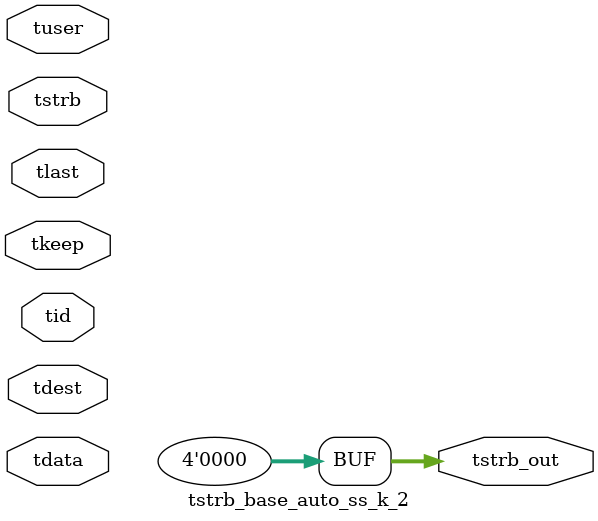
<source format=v>


`timescale 1ps/1ps

module tstrb_base_auto_ss_k_2 #
(
parameter C_S_AXIS_TDATA_WIDTH = 32,
parameter C_S_AXIS_TUSER_WIDTH = 0,
parameter C_S_AXIS_TID_WIDTH   = 0,
parameter C_S_AXIS_TDEST_WIDTH = 0,
parameter C_M_AXIS_TDATA_WIDTH = 32
)
(
input  [(C_S_AXIS_TDATA_WIDTH == 0 ? 1 : C_S_AXIS_TDATA_WIDTH)-1:0     ] tdata,
input  [(C_S_AXIS_TUSER_WIDTH == 0 ? 1 : C_S_AXIS_TUSER_WIDTH)-1:0     ] tuser,
input  [(C_S_AXIS_TID_WIDTH   == 0 ? 1 : C_S_AXIS_TID_WIDTH)-1:0       ] tid,
input  [(C_S_AXIS_TDEST_WIDTH == 0 ? 1 : C_S_AXIS_TDEST_WIDTH)-1:0     ] tdest,
input  [(C_S_AXIS_TDATA_WIDTH/8)-1:0 ] tkeep,
input  [(C_S_AXIS_TDATA_WIDTH/8)-1:0 ] tstrb,
input                                                                    tlast,
output [(C_M_AXIS_TDATA_WIDTH/8)-1:0 ] tstrb_out
);

assign tstrb_out = {1'b0};

endmodule


</source>
